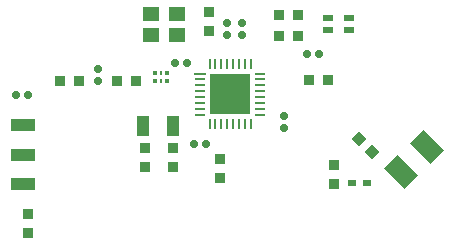
<source format=gtp>
G04 Layer_Color=8421504*
%FSLAX25Y25*%
%MOIN*%
G70*
G01*
G75*
%ADD10R,0.03543X0.03543*%
%ADD11R,0.08268X0.04331*%
G04:AMPARAMS|DCode=12|XSize=35.43mil|YSize=35.43mil|CornerRadius=8.86mil|HoleSize=0mil|Usage=FLASHONLY|Rotation=180.000|XOffset=0mil|YOffset=0mil|HoleType=Round|Shape=RoundedRectangle|*
%AMROUNDEDRECTD12*
21,1,0.03543,0.01772,0,0,180.0*
21,1,0.01772,0.03543,0,0,180.0*
1,1,0.01772,-0.00886,0.00886*
1,1,0.01772,0.00886,0.00886*
1,1,0.01772,0.00886,-0.00886*
1,1,0.01772,-0.00886,-0.00886*
%
%ADD12ROUNDEDRECTD12*%
%ADD13R,0.00984X0.01378*%
%ADD14R,0.01181X0.01378*%
%ADD15R,0.05512X0.04528*%
%ADD16R,0.03937X0.06693*%
%ADD17R,0.03347X0.01968*%
G04:AMPARAMS|DCode=18|XSize=23.62mil|YSize=27.56mil|CornerRadius=5.91mil|HoleSize=0mil|Usage=FLASHONLY|Rotation=0.000|XOffset=0mil|YOffset=0mil|HoleType=Round|Shape=RoundedRectangle|*
%AMROUNDEDRECTD18*
21,1,0.02362,0.01575,0,0,0.0*
21,1,0.01181,0.02756,0,0,0.0*
1,1,0.01181,0.00591,-0.00787*
1,1,0.01181,-0.00591,-0.00787*
1,1,0.01181,-0.00591,0.00787*
1,1,0.01181,0.00591,0.00787*
%
%ADD18ROUNDEDRECTD18*%
G04:AMPARAMS|DCode=19|XSize=35.43mil|YSize=35.43mil|CornerRadius=8.86mil|HoleSize=0mil|Usage=FLASHONLY|Rotation=90.000|XOffset=0mil|YOffset=0mil|HoleType=Round|Shape=RoundedRectangle|*
%AMROUNDEDRECTD19*
21,1,0.03543,0.01772,0,0,90.0*
21,1,0.01772,0.03543,0,0,90.0*
1,1,0.01772,0.00886,0.00886*
1,1,0.01772,0.00886,-0.00886*
1,1,0.01772,-0.00886,-0.00886*
1,1,0.01772,-0.00886,0.00886*
%
%ADD19ROUNDEDRECTD19*%
G04:AMPARAMS|DCode=20|XSize=23.62mil|YSize=27.56mil|CornerRadius=5.91mil|HoleSize=0mil|Usage=FLASHONLY|Rotation=270.000|XOffset=0mil|YOffset=0mil|HoleType=Round|Shape=RoundedRectangle|*
%AMROUNDEDRECTD20*
21,1,0.02362,0.01575,0,0,270.0*
21,1,0.01181,0.02756,0,0,270.0*
1,1,0.01181,-0.00787,-0.00591*
1,1,0.01181,-0.00787,0.00591*
1,1,0.01181,0.00787,0.00591*
1,1,0.01181,0.00787,-0.00591*
%
%ADD20ROUNDEDRECTD20*%
%ADD21P,0.05011X4X360.0*%
%ADD22R,0.03937X0.00984*%
%ADD23O,0.03937X0.00984*%
%ADD24O,0.00984X0.03937*%
%ADD25R,0.13583X0.13583*%
%ADD26R,0.02756X0.01969*%
G04:AMPARAMS|DCode=27|XSize=63mil|YSize=95mil|CornerRadius=0mil|HoleSize=0mil|Usage=FLASHONLY|Rotation=225.000|XOffset=0mil|YOffset=0mil|HoleType=Round|Shape=Rectangle|*
%AMROTATEDRECTD27*
4,1,4,-0.01131,0.05586,0.05586,-0.01131,0.01131,-0.05586,-0.05586,0.01131,-0.01131,0.05586,0.0*
%
%ADD27ROTATEDRECTD27*%

D10*
X25685Y55000D02*
D03*
X19386D02*
D03*
D11*
X7035Y40343D02*
D03*
Y30500D02*
D03*
Y20658D02*
D03*
D12*
X98685Y70000D02*
D03*
X92386Y70000D02*
D03*
X98685Y77000D02*
D03*
X92386Y77000D02*
D03*
X108685Y55500D02*
D03*
X102386D02*
D03*
X44685Y55000D02*
D03*
X38386D02*
D03*
D13*
X53035Y57878D02*
D03*
Y55122D02*
D03*
D14*
X55102Y57878D02*
D03*
X50968D02*
D03*
Y55122D02*
D03*
X55102D02*
D03*
D15*
X49705Y77543D02*
D03*
Y70457D02*
D03*
X58366D02*
D03*
Y77543D02*
D03*
D16*
X47114Y40000D02*
D03*
X56957D02*
D03*
D17*
X115480Y75968D02*
D03*
Y72031D02*
D03*
X108591Y72031D02*
D03*
Y75968D02*
D03*
D18*
X4598Y50500D02*
D03*
X8535D02*
D03*
X57566Y60999D02*
D03*
X61503D02*
D03*
X64066Y33999D02*
D03*
X68003D02*
D03*
X105505Y64001D02*
D03*
X101567D02*
D03*
D19*
X8535Y4350D02*
D03*
Y10649D02*
D03*
X72536Y22851D02*
D03*
Y29150D02*
D03*
X57036Y26351D02*
D03*
Y32650D02*
D03*
X69035Y78149D02*
D03*
X69035Y71850D02*
D03*
X110535Y27149D02*
D03*
X110535Y20850D02*
D03*
X47536Y26351D02*
D03*
X47536Y32650D02*
D03*
D20*
X94036Y39531D02*
D03*
Y43468D02*
D03*
X80035Y74469D02*
D03*
Y70532D02*
D03*
X32036Y58968D02*
D03*
Y55031D02*
D03*
X75035Y74469D02*
D03*
Y70532D02*
D03*
D21*
X123263Y31273D02*
D03*
X118808Y35727D02*
D03*
D22*
X65996Y57559D02*
D03*
D23*
Y55590D02*
D03*
Y53622D02*
D03*
Y51653D02*
D03*
Y49685D02*
D03*
Y47717D02*
D03*
Y45748D02*
D03*
Y43780D02*
D03*
X86075D02*
D03*
Y45748D02*
D03*
Y47717D02*
D03*
Y49685D02*
D03*
Y51653D02*
D03*
Y53622D02*
D03*
Y55590D02*
D03*
Y57559D02*
D03*
D24*
X69146Y40630D02*
D03*
X71114D02*
D03*
X73083D02*
D03*
X75051D02*
D03*
X77020D02*
D03*
X78988D02*
D03*
X80957D02*
D03*
X82925D02*
D03*
Y60709D02*
D03*
X80957D02*
D03*
X78988D02*
D03*
X75051D02*
D03*
X73083D02*
D03*
X71114D02*
D03*
X69146D02*
D03*
X77020D02*
D03*
D25*
X76035Y50669D02*
D03*
D26*
X116673Y21000D02*
D03*
X121791D02*
D03*
D27*
X141535Y33081D02*
D03*
X133116Y24662D02*
D03*
M02*

</source>
